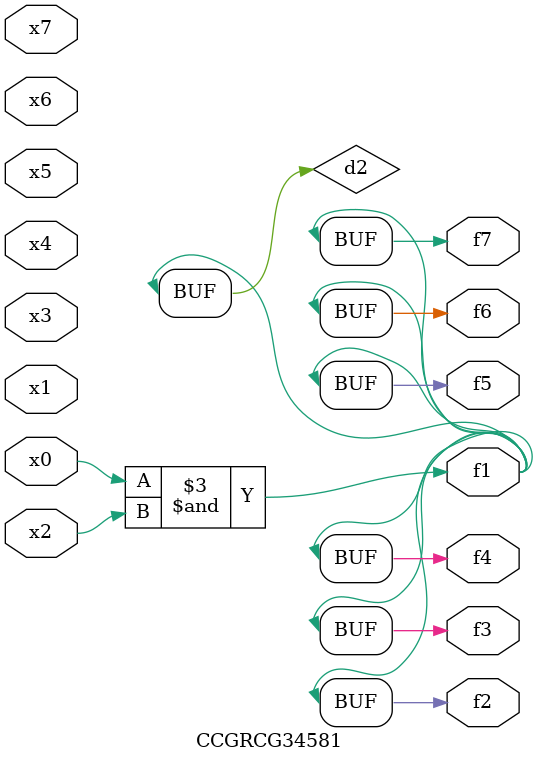
<source format=v>
module CCGRCG34581(
	input x0, x1, x2, x3, x4, x5, x6, x7,
	output f1, f2, f3, f4, f5, f6, f7
);

	wire d1, d2;

	nor (d1, x3, x6);
	and (d2, x0, x2);
	assign f1 = d2;
	assign f2 = d2;
	assign f3 = d2;
	assign f4 = d2;
	assign f5 = d2;
	assign f6 = d2;
	assign f7 = d2;
endmodule

</source>
